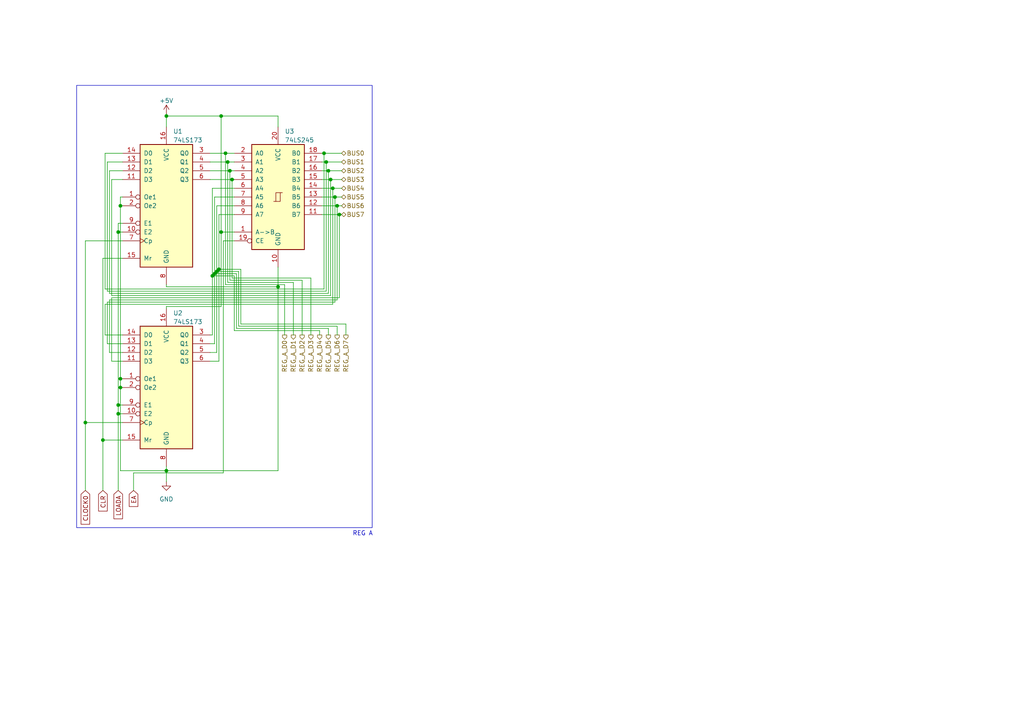
<source format=kicad_sch>
(kicad_sch (version 20230121) (generator eeschema)

  (uuid 031188d5-b58e-4a29-a173-cce6bf883b6b)

  (paper "A4")

  (title_block
    (title "Register A")
  )

  (lib_symbols
    (symbol "74xx:74LS173" (pin_names (offset 1.016)) (in_bom yes) (on_board yes)
      (property "Reference" "U" (at -7.62 19.05 0)
        (effects (font (size 1.27 1.27)))
      )
      (property "Value" "74LS173" (at -7.62 -19.05 0)
        (effects (font (size 1.27 1.27)))
      )
      (property "Footprint" "" (at 0 0 0)
        (effects (font (size 1.27 1.27)) hide)
      )
      (property "Datasheet" "http://www.ti.com/lit/gpn/sn74LS173" (at 0 0 0)
        (effects (font (size 1.27 1.27)) hide)
      )
      (property "ki_locked" "" (at 0 0 0)
        (effects (font (size 1.27 1.27)))
      )
      (property "ki_keywords" "TTL REG REG4 3State DFF" (at 0 0 0)
        (effects (font (size 1.27 1.27)) hide)
      )
      (property "ki_description" "4-bit D-type Register, 3 state out" (at 0 0 0)
        (effects (font (size 1.27 1.27)) hide)
      )
      (property "ki_fp_filters" "DIP?16*" (at 0 0 0)
        (effects (font (size 1.27 1.27)) hide)
      )
      (symbol "74LS173_1_0"
        (pin input inverted (at -12.7 2.54 0) (length 5.08)
          (name "Oe1" (effects (font (size 1.27 1.27))))
          (number "1" (effects (font (size 1.27 1.27))))
        )
        (pin input inverted (at -12.7 -7.62 0) (length 5.08)
          (name "E2" (effects (font (size 1.27 1.27))))
          (number "10" (effects (font (size 1.27 1.27))))
        )
        (pin input line (at -12.7 7.62 0) (length 5.08)
          (name "D3" (effects (font (size 1.27 1.27))))
          (number "11" (effects (font (size 1.27 1.27))))
        )
        (pin input line (at -12.7 10.16 0) (length 5.08)
          (name "D2" (effects (font (size 1.27 1.27))))
          (number "12" (effects (font (size 1.27 1.27))))
        )
        (pin input line (at -12.7 12.7 0) (length 5.08)
          (name "D1" (effects (font (size 1.27 1.27))))
          (number "13" (effects (font (size 1.27 1.27))))
        )
        (pin input line (at -12.7 15.24 0) (length 5.08)
          (name "D0" (effects (font (size 1.27 1.27))))
          (number "14" (effects (font (size 1.27 1.27))))
        )
        (pin input line (at -12.7 -15.24 0) (length 5.08)
          (name "Mr" (effects (font (size 1.27 1.27))))
          (number "15" (effects (font (size 1.27 1.27))))
        )
        (pin power_in line (at 0 22.86 270) (length 5.08)
          (name "VCC" (effects (font (size 1.27 1.27))))
          (number "16" (effects (font (size 1.27 1.27))))
        )
        (pin input inverted (at -12.7 0 0) (length 5.08)
          (name "Oe2" (effects (font (size 1.27 1.27))))
          (number "2" (effects (font (size 1.27 1.27))))
        )
        (pin tri_state line (at 12.7 15.24 180) (length 5.08)
          (name "Q0" (effects (font (size 1.27 1.27))))
          (number "3" (effects (font (size 1.27 1.27))))
        )
        (pin tri_state line (at 12.7 12.7 180) (length 5.08)
          (name "Q1" (effects (font (size 1.27 1.27))))
          (number "4" (effects (font (size 1.27 1.27))))
        )
        (pin tri_state line (at 12.7 10.16 180) (length 5.08)
          (name "Q2" (effects (font (size 1.27 1.27))))
          (number "5" (effects (font (size 1.27 1.27))))
        )
        (pin tri_state line (at 12.7 7.62 180) (length 5.08)
          (name "Q3" (effects (font (size 1.27 1.27))))
          (number "6" (effects (font (size 1.27 1.27))))
        )
        (pin input clock (at -12.7 -10.16 0) (length 5.08)
          (name "Cp" (effects (font (size 1.27 1.27))))
          (number "7" (effects (font (size 1.27 1.27))))
        )
        (pin power_in line (at 0 -22.86 90) (length 5.08)
          (name "GND" (effects (font (size 1.27 1.27))))
          (number "8" (effects (font (size 1.27 1.27))))
        )
        (pin input inverted (at -12.7 -5.08 0) (length 5.08)
          (name "E1" (effects (font (size 1.27 1.27))))
          (number "9" (effects (font (size 1.27 1.27))))
        )
      )
      (symbol "74LS173_1_1"
        (rectangle (start -7.62 17.78) (end 7.62 -17.78)
          (stroke (width 0.254) (type default))
          (fill (type background))
        )
      )
    )
    (symbol "74xx:74LS245" (pin_names (offset 1.016)) (in_bom yes) (on_board yes)
      (property "Reference" "U" (at -7.62 16.51 0)
        (effects (font (size 1.27 1.27)))
      )
      (property "Value" "74LS245" (at -7.62 -16.51 0)
        (effects (font (size 1.27 1.27)))
      )
      (property "Footprint" "" (at 0 0 0)
        (effects (font (size 1.27 1.27)) hide)
      )
      (property "Datasheet" "http://www.ti.com/lit/gpn/sn74LS245" (at 0 0 0)
        (effects (font (size 1.27 1.27)) hide)
      )
      (property "ki_locked" "" (at 0 0 0)
        (effects (font (size 1.27 1.27)))
      )
      (property "ki_keywords" "TTL BUS 3State" (at 0 0 0)
        (effects (font (size 1.27 1.27)) hide)
      )
      (property "ki_description" "Octal BUS Transceivers, 3-State outputs" (at 0 0 0)
        (effects (font (size 1.27 1.27)) hide)
      )
      (property "ki_fp_filters" "DIP?20*" (at 0 0 0)
        (effects (font (size 1.27 1.27)) hide)
      )
      (symbol "74LS245_1_0"
        (polyline
          (pts
            (xy -0.635 -1.27)
            (xy -0.635 1.27)
            (xy 0.635 1.27)
          )
          (stroke (width 0) (type default))
          (fill (type none))
        )
        (polyline
          (pts
            (xy -1.27 -1.27)
            (xy 0.635 -1.27)
            (xy 0.635 1.27)
            (xy 1.27 1.27)
          )
          (stroke (width 0) (type default))
          (fill (type none))
        )
        (pin input line (at -12.7 -10.16 0) (length 5.08)
          (name "A->B" (effects (font (size 1.27 1.27))))
          (number "1" (effects (font (size 1.27 1.27))))
        )
        (pin power_in line (at 0 -20.32 90) (length 5.08)
          (name "GND" (effects (font (size 1.27 1.27))))
          (number "10" (effects (font (size 1.27 1.27))))
        )
        (pin tri_state line (at 12.7 -5.08 180) (length 5.08)
          (name "B7" (effects (font (size 1.27 1.27))))
          (number "11" (effects (font (size 1.27 1.27))))
        )
        (pin tri_state line (at 12.7 -2.54 180) (length 5.08)
          (name "B6" (effects (font (size 1.27 1.27))))
          (number "12" (effects (font (size 1.27 1.27))))
        )
        (pin tri_state line (at 12.7 0 180) (length 5.08)
          (name "B5" (effects (font (size 1.27 1.27))))
          (number "13" (effects (font (size 1.27 1.27))))
        )
        (pin tri_state line (at 12.7 2.54 180) (length 5.08)
          (name "B4" (effects (font (size 1.27 1.27))))
          (number "14" (effects (font (size 1.27 1.27))))
        )
        (pin tri_state line (at 12.7 5.08 180) (length 5.08)
          (name "B3" (effects (font (size 1.27 1.27))))
          (number "15" (effects (font (size 1.27 1.27))))
        )
        (pin tri_state line (at 12.7 7.62 180) (length 5.08)
          (name "B2" (effects (font (size 1.27 1.27))))
          (number "16" (effects (font (size 1.27 1.27))))
        )
        (pin tri_state line (at 12.7 10.16 180) (length 5.08)
          (name "B1" (effects (font (size 1.27 1.27))))
          (number "17" (effects (font (size 1.27 1.27))))
        )
        (pin tri_state line (at 12.7 12.7 180) (length 5.08)
          (name "B0" (effects (font (size 1.27 1.27))))
          (number "18" (effects (font (size 1.27 1.27))))
        )
        (pin input inverted (at -12.7 -12.7 0) (length 5.08)
          (name "CE" (effects (font (size 1.27 1.27))))
          (number "19" (effects (font (size 1.27 1.27))))
        )
        (pin tri_state line (at -12.7 12.7 0) (length 5.08)
          (name "A0" (effects (font (size 1.27 1.27))))
          (number "2" (effects (font (size 1.27 1.27))))
        )
        (pin power_in line (at 0 20.32 270) (length 5.08)
          (name "VCC" (effects (font (size 1.27 1.27))))
          (number "20" (effects (font (size 1.27 1.27))))
        )
        (pin tri_state line (at -12.7 10.16 0) (length 5.08)
          (name "A1" (effects (font (size 1.27 1.27))))
          (number "3" (effects (font (size 1.27 1.27))))
        )
        (pin tri_state line (at -12.7 7.62 0) (length 5.08)
          (name "A2" (effects (font (size 1.27 1.27))))
          (number "4" (effects (font (size 1.27 1.27))))
        )
        (pin tri_state line (at -12.7 5.08 0) (length 5.08)
          (name "A3" (effects (font (size 1.27 1.27))))
          (number "5" (effects (font (size 1.27 1.27))))
        )
        (pin tri_state line (at -12.7 2.54 0) (length 5.08)
          (name "A4" (effects (font (size 1.27 1.27))))
          (number "6" (effects (font (size 1.27 1.27))))
        )
        (pin tri_state line (at -12.7 0 0) (length 5.08)
          (name "A5" (effects (font (size 1.27 1.27))))
          (number "7" (effects (font (size 1.27 1.27))))
        )
        (pin tri_state line (at -12.7 -2.54 0) (length 5.08)
          (name "A6" (effects (font (size 1.27 1.27))))
          (number "8" (effects (font (size 1.27 1.27))))
        )
        (pin tri_state line (at -12.7 -5.08 0) (length 5.08)
          (name "A7" (effects (font (size 1.27 1.27))))
          (number "9" (effects (font (size 1.27 1.27))))
        )
      )
      (symbol "74LS245_1_1"
        (rectangle (start -7.62 15.24) (end 7.62 -15.24)
          (stroke (width 0.254) (type default))
          (fill (type background))
        )
      )
    )
    (symbol "power:+5V" (power) (pin_names (offset 0)) (in_bom yes) (on_board yes)
      (property "Reference" "#PWR" (at 0 -3.81 0)
        (effects (font (size 1.27 1.27)) hide)
      )
      (property "Value" "+5V" (at 0 3.556 0)
        (effects (font (size 1.27 1.27)))
      )
      (property "Footprint" "" (at 0 0 0)
        (effects (font (size 1.27 1.27)) hide)
      )
      (property "Datasheet" "" (at 0 0 0)
        (effects (font (size 1.27 1.27)) hide)
      )
      (property "ki_keywords" "global power" (at 0 0 0)
        (effects (font (size 1.27 1.27)) hide)
      )
      (property "ki_description" "Power symbol creates a global label with name \"+5V\"" (at 0 0 0)
        (effects (font (size 1.27 1.27)) hide)
      )
      (symbol "+5V_0_1"
        (polyline
          (pts
            (xy -0.762 1.27)
            (xy 0 2.54)
          )
          (stroke (width 0) (type default))
          (fill (type none))
        )
        (polyline
          (pts
            (xy 0 0)
            (xy 0 2.54)
          )
          (stroke (width 0) (type default))
          (fill (type none))
        )
        (polyline
          (pts
            (xy 0 2.54)
            (xy 0.762 1.27)
          )
          (stroke (width 0) (type default))
          (fill (type none))
        )
      )
      (symbol "+5V_1_1"
        (pin power_in line (at 0 0 90) (length 0) hide
          (name "+5V" (effects (font (size 1.27 1.27))))
          (number "1" (effects (font (size 1.27 1.27))))
        )
      )
    )
    (symbol "power:GND" (power) (pin_names (offset 0)) (in_bom yes) (on_board yes)
      (property "Reference" "#PWR" (at 0 -6.35 0)
        (effects (font (size 1.27 1.27)) hide)
      )
      (property "Value" "GND" (at 0 -3.81 0)
        (effects (font (size 1.27 1.27)))
      )
      (property "Footprint" "" (at 0 0 0)
        (effects (font (size 1.27 1.27)) hide)
      )
      (property "Datasheet" "" (at 0 0 0)
        (effects (font (size 1.27 1.27)) hide)
      )
      (property "ki_keywords" "global power" (at 0 0 0)
        (effects (font (size 1.27 1.27)) hide)
      )
      (property "ki_description" "Power symbol creates a global label with name \"GND\" , ground" (at 0 0 0)
        (effects (font (size 1.27 1.27)) hide)
      )
      (symbol "GND_0_1"
        (polyline
          (pts
            (xy 0 0)
            (xy 0 -1.27)
            (xy 1.27 -1.27)
            (xy 0 -2.54)
            (xy -1.27 -1.27)
            (xy 0 -1.27)
          )
          (stroke (width 0) (type default))
          (fill (type none))
        )
      )
      (symbol "GND_1_1"
        (pin power_in line (at 0 0 270) (length 0) hide
          (name "GND" (effects (font (size 1.27 1.27))))
          (number "1" (effects (font (size 1.27 1.27))))
        )
      )
    )
  )

  (junction (at 66.04 46.99) (diameter 0) (color 0 0 0 0)
    (uuid 0742117b-9e07-4e52-8027-afa3b529d994)
  )
  (junction (at 65.405 44.45) (diameter 0) (color 0 0 0 0)
    (uuid 0c53f405-390d-47ed-8fc4-4b66243cd412)
  )
  (junction (at 61.595 80.01) (diameter 0) (color 0 0 0 0)
    (uuid 10b8ca94-272b-431a-af93-b9c893b3a942)
  )
  (junction (at 97.79 59.69) (diameter 0) (color 0 0 0 0)
    (uuid 18a3d0bf-45e6-453a-9dcb-c47869612c33)
  )
  (junction (at 34.925 112.395) (diameter 0) (color 0 0 0 0)
    (uuid 36b9fe1c-a2bc-43d6-9a51-917ed4ca26e7)
  )
  (junction (at 80.645 83.185) (diameter 0) (color 0 0 0 0)
    (uuid 57838647-7dbb-4ca0-bbba-b707606ed40e)
  )
  (junction (at 67.31 52.07) (diameter 0) (color 0 0 0 0)
    (uuid 6285f84d-2ed3-43e5-bc9f-d7dd1ab80b12)
  )
  (junction (at 24.765 122.555) (diameter 0) (color 0 0 0 0)
    (uuid 660b140f-e0c4-44f3-bff3-a669c4c7b41f)
  )
  (junction (at 97.155 57.15) (diameter 0) (color 0 0 0 0)
    (uuid 7bd258d7-6604-4585-b77b-745508ef9aa0)
  )
  (junction (at 95.25 49.53) (diameter 0) (color 0 0 0 0)
    (uuid 7c1235f6-327b-48eb-befa-4e7fde2e2467)
  )
  (junction (at 62.23 79.375) (diameter 0) (color 0 0 0 0)
    (uuid 91bb46dd-00a2-4035-944b-006d16bbd8ee)
  )
  (junction (at 48.26 136.525) (diameter 0) (color 0 0 0 0)
    (uuid 92917902-fe4e-44dc-900b-7ca9b857283d)
  )
  (junction (at 34.29 120.015) (diameter 0) (color 0 0 0 0)
    (uuid 935169c7-2298-46fb-bc2c-131d8c669f34)
  )
  (junction (at 34.29 67.31) (diameter 0) (color 0 0 0 0)
    (uuid 963db863-29a0-4011-b54b-e71b700e670c)
  )
  (junction (at 62.865 78.74) (diameter 0) (color 0 0 0 0)
    (uuid 9d1a7aa4-40af-41bb-b940-7f353d65220a)
  )
  (junction (at 63.5 78.105) (diameter 0) (color 0 0 0 0)
    (uuid a59577b4-7bbb-499e-b4cf-7f6f1ce6f1cc)
  )
  (junction (at 94.615 46.99) (diameter 0) (color 0 0 0 0)
    (uuid ab58f6cf-86ce-410d-ad7e-8b92db5a9f30)
  )
  (junction (at 34.925 109.855) (diameter 0) (color 0 0 0 0)
    (uuid b5f41422-467a-4d81-b5d9-ea5886d7bf5c)
  )
  (junction (at 66.675 49.53) (diameter 0) (color 0 0 0 0)
    (uuid d9425f26-f465-4a6c-b1b9-c5422c8baa1b)
  )
  (junction (at 98.425 62.23) (diameter 0) (color 0 0 0 0)
    (uuid e00879cc-c839-4eb2-99db-25b19c9bfe1e)
  )
  (junction (at 95.885 52.07) (diameter 0) (color 0 0 0 0)
    (uuid e3e6cc15-5b0e-490a-af36-8cf7a739b63f)
  )
  (junction (at 29.845 127.635) (diameter 0) (color 0 0 0 0)
    (uuid e5c423d4-d290-4660-95c9-9cf9c98381cc)
  )
  (junction (at 96.52 54.61) (diameter 0) (color 0 0 0 0)
    (uuid e766060e-52a7-4361-8f82-7ba5b6534592)
  )
  (junction (at 93.98 44.45) (diameter 0) (color 0 0 0 0)
    (uuid e84a68d9-11b4-491f-acb9-947ebf236037)
  )
  (junction (at 34.925 59.69) (diameter 0) (color 0 0 0 0)
    (uuid ea0abfa3-b080-48f6-a89f-8974089af66c)
  )
  (junction (at 34.29 117.475) (diameter 0) (color 0 0 0 0)
    (uuid f15c191f-2479-4d82-bb70-1d256b705cc2)
  )
  (junction (at 48.26 33.655) (diameter 0) (color 0 0 0 0)
    (uuid fb7c90c6-2777-434d-bed2-54d78e2406bc)
  )
  (junction (at 64.135 33.655) (diameter 0) (color 0 0 0 0)
    (uuid fc97fef0-b98d-427b-b412-461b720ce170)
  )
  (junction (at 64.135 67.31) (diameter 0) (color 0 0 0 0)
    (uuid fd7713ec-eb3c-4ccf-9501-60322e02e5a2)
  )

  (wire (pts (xy 95.25 97.155) (xy 95.25 95.25))
    (stroke (width 0) (type default))
    (uuid 0a55570e-64fc-4f46-8384-8c170498b446)
  )
  (wire (pts (xy 66.675 81.28) (xy 66.675 49.53))
    (stroke (width 0) (type default))
    (uuid 0e518eec-637f-4508-9110-49460cc6aea1)
  )
  (wire (pts (xy 35.56 99.695) (xy 31.115 99.695))
    (stroke (width 0) (type default))
    (uuid 0f2b60c0-e09d-4a95-80b7-a94f552c8a63)
  )
  (wire (pts (xy 67.945 80.01) (xy 61.595 80.01))
    (stroke (width 0) (type default))
    (uuid 130ab334-7c66-4115-b7a2-66dcbe68933e)
  )
  (wire (pts (xy 100.33 97.155) (xy 100.33 93.98))
    (stroke (width 0) (type default))
    (uuid 1397152b-0b5e-4608-a8e1-418f154fada1)
  )
  (wire (pts (xy 31.75 85.09) (xy 95.25 85.09))
    (stroke (width 0) (type default))
    (uuid 13b38438-97fe-4014-a6bc-0cce26e31204)
  )
  (wire (pts (xy 62.865 59.69) (xy 67.945 59.69))
    (stroke (width 0) (type default))
    (uuid 13e42699-c2df-49b8-b7be-7a4c950578d6)
  )
  (wire (pts (xy 60.96 104.775) (xy 63.5 104.775))
    (stroke (width 0) (type default))
    (uuid 1592b5a4-87e9-4508-bdd4-2fc6dc0155cc)
  )
  (wire (pts (xy 93.345 54.61) (xy 96.52 54.61))
    (stroke (width 0) (type default))
    (uuid 162299a0-b474-4e19-9f2e-d168c98a5be2)
  )
  (wire (pts (xy 93.98 83.82) (xy 93.98 44.45))
    (stroke (width 0) (type default))
    (uuid 1702f935-5e5c-4a7f-925d-30bced6fb93f)
  )
  (wire (pts (xy 69.85 78.105) (xy 63.5 78.105))
    (stroke (width 0) (type default))
    (uuid 178a53c1-3be3-4838-852d-c62de2eb3ade)
  )
  (wire (pts (xy 30.48 97.155) (xy 30.48 88.265))
    (stroke (width 0) (type default))
    (uuid 1878cdf4-6fd0-4a0a-a07c-4da9344b58f1)
  )
  (wire (pts (xy 31.115 87.63) (xy 97.155 87.63))
    (stroke (width 0) (type default))
    (uuid 1a84fad3-16ac-485d-bdfa-421925a712e5)
  )
  (wire (pts (xy 35.56 64.77) (xy 34.29 64.77))
    (stroke (width 0) (type default))
    (uuid 1bd415a1-630f-41ad-b2b6-aff391d77f7f)
  )
  (wire (pts (xy 30.48 44.45) (xy 30.48 83.82))
    (stroke (width 0) (type default))
    (uuid 1ccf4112-52a9-45b9-9261-409fea3b2a9b)
  )
  (wire (pts (xy 93.98 44.45) (xy 99.06 44.45))
    (stroke (width 0) (type default))
    (uuid 21ed9ef6-31bb-4a54-a48e-21fd2289f7af)
  )
  (wire (pts (xy 48.26 33.02) (xy 48.26 33.655))
    (stroke (width 0) (type default))
    (uuid 265acbbd-47bd-438d-834a-2994147be90e)
  )
  (wire (pts (xy 29.845 127.635) (xy 29.845 142.24))
    (stroke (width 0) (type default))
    (uuid 267342f2-518d-48bc-962c-09a83c9f3ead)
  )
  (wire (pts (xy 32.385 86.36) (xy 98.425 86.36))
    (stroke (width 0) (type default))
    (uuid 26ab3d3c-56ad-4000-8da9-ad8b90059729)
  )
  (wire (pts (xy 34.29 64.77) (xy 34.29 67.31))
    (stroke (width 0) (type default))
    (uuid 2a2d640d-ee91-4ffd-9e2b-b9c896412bd1)
  )
  (wire (pts (xy 80.645 83.185) (xy 48.26 83.185))
    (stroke (width 0) (type default))
    (uuid 2a6eebe2-71e8-41f4-b52d-99aadc63da12)
  )
  (wire (pts (xy 64.135 33.655) (xy 64.135 67.31))
    (stroke (width 0) (type default))
    (uuid 2b98f810-58b7-4eae-a08d-21855a9f3103)
  )
  (wire (pts (xy 62.23 79.375) (xy 62.23 57.15))
    (stroke (width 0) (type default))
    (uuid 2ff3cc75-1393-4560-bc51-146df78807f6)
  )
  (wire (pts (xy 92.71 97.155) (xy 92.71 95.885))
    (stroke (width 0) (type default))
    (uuid 343048cd-26f7-4f7d-bdbf-ea069c165ae0)
  )
  (wire (pts (xy 48.26 33.655) (xy 48.26 36.83))
    (stroke (width 0) (type default))
    (uuid 347768f5-96a9-4f69-a60e-4911b92b17eb)
  )
  (wire (pts (xy 93.345 49.53) (xy 95.25 49.53))
    (stroke (width 0) (type default))
    (uuid 34a323f1-27cf-4105-aa80-15a115e7eae8)
  )
  (wire (pts (xy 80.645 33.655) (xy 64.135 33.655))
    (stroke (width 0) (type default))
    (uuid 3b53f8c9-ff84-43b7-a0fb-48eaaa108303)
  )
  (wire (pts (xy 60.96 102.235) (xy 62.865 102.235))
    (stroke (width 0) (type default))
    (uuid 3bea7e73-96f5-49df-b039-2ad9fdf87ba5)
  )
  (wire (pts (xy 34.29 117.475) (xy 34.29 120.015))
    (stroke (width 0) (type default))
    (uuid 3d336502-09c1-421e-ba5f-ca0bc02ea950)
  )
  (wire (pts (xy 65.405 44.45) (xy 67.945 44.45))
    (stroke (width 0) (type default))
    (uuid 41abee2e-dfc5-4c32-b02c-b88bba2ab4fe)
  )
  (wire (pts (xy 93.345 59.69) (xy 97.79 59.69))
    (stroke (width 0) (type default))
    (uuid 433f89c9-f02d-4641-9517-a14f36b1fd77)
  )
  (wire (pts (xy 48.26 136.525) (xy 48.26 135.255))
    (stroke (width 0) (type default))
    (uuid 4374e442-e71e-4ac1-b8b0-b0cd4be35a11)
  )
  (wire (pts (xy 24.765 69.85) (xy 24.765 122.555))
    (stroke (width 0) (type default))
    (uuid 4459164a-ba43-4677-947e-eb42849af78e)
  )
  (wire (pts (xy 31.75 49.53) (xy 31.75 85.09))
    (stroke (width 0) (type default))
    (uuid 44cd7e68-5b91-4c6f-9374-066b226c0483)
  )
  (wire (pts (xy 62.23 99.695) (xy 62.23 79.375))
    (stroke (width 0) (type default))
    (uuid 44e491cc-f63a-410c-a40f-5ddac4f19dc8)
  )
  (wire (pts (xy 35.56 97.155) (xy 30.48 97.155))
    (stroke (width 0) (type default))
    (uuid 458952f9-1cfe-4514-b4ab-e67d6cd55e48)
  )
  (wire (pts (xy 29.845 127.635) (xy 35.56 127.635))
    (stroke (width 0) (type default))
    (uuid 46bcdcd2-8420-4ea5-bcb1-60856f503b5a)
  )
  (wire (pts (xy 34.29 142.24) (xy 34.29 120.015))
    (stroke (width 0) (type default))
    (uuid 46ca6ff2-01f6-4ba4-92b9-7d4bd639147b)
  )
  (wire (pts (xy 87.63 97.155) (xy 87.63 81.28))
    (stroke (width 0) (type default))
    (uuid 47636123-f0c2-4bf5-8543-7e05b702bb13)
  )
  (wire (pts (xy 31.115 84.455) (xy 94.615 84.455))
    (stroke (width 0) (type default))
    (uuid 482f37d4-7db5-45be-b8a5-07964c176039)
  )
  (wire (pts (xy 63.5 78.105) (xy 63.5 62.23))
    (stroke (width 0) (type default))
    (uuid 49a1dd4c-7cea-480e-87bc-5b3ce5edbc1b)
  )
  (wire (pts (xy 93.345 62.23) (xy 98.425 62.23))
    (stroke (width 0) (type default))
    (uuid 4a903b7b-b20d-48da-b599-8b5ec114ebb0)
  )
  (wire (pts (xy 90.17 97.155) (xy 90.17 80.645))
    (stroke (width 0) (type default))
    (uuid 4c9c443a-8018-4a38-b2d1-e6ab28fc49fb)
  )
  (wire (pts (xy 64.135 67.31) (xy 67.945 67.31))
    (stroke (width 0) (type default))
    (uuid 5289d48f-c2ea-469f-855c-0f25401a55d5)
  )
  (wire (pts (xy 82.55 97.155) (xy 82.55 82.55))
    (stroke (width 0) (type default))
    (uuid 5642f001-cd81-455d-813d-48342e6c044f)
  )
  (wire (pts (xy 32.385 52.07) (xy 32.385 85.725))
    (stroke (width 0) (type default))
    (uuid 582cb75f-54aa-4ea8-98ad-78a2121b2d9a)
  )
  (wire (pts (xy 95.885 85.725) (xy 95.885 52.07))
    (stroke (width 0) (type default))
    (uuid 5907d2f6-9e6f-4495-bbe8-575ca463a595)
  )
  (wire (pts (xy 80.645 36.83) (xy 80.645 33.655))
    (stroke (width 0) (type default))
    (uuid 5981b192-679d-4bfe-aa88-2b4786c7333c)
  )
  (wire (pts (xy 95.885 52.07) (xy 99.06 52.07))
    (stroke (width 0) (type default))
    (uuid 5b0c7aef-d460-4d13-9ea7-19ac9dafd54e)
  )
  (wire (pts (xy 69.215 94.615) (xy 69.215 78.74))
    (stroke (width 0) (type default))
    (uuid 5b155160-d036-4125-b686-63d8ab89ff81)
  )
  (wire (pts (xy 67.31 80.645) (xy 67.31 52.07))
    (stroke (width 0) (type default))
    (uuid 5bdb6770-7afd-4f09-9134-507584133329)
  )
  (wire (pts (xy 63.5 62.23) (xy 67.945 62.23))
    (stroke (width 0) (type default))
    (uuid 5e720ca9-4389-4327-8522-3475c981efb5)
  )
  (wire (pts (xy 93.345 46.99) (xy 94.615 46.99))
    (stroke (width 0) (type default))
    (uuid 5e785b92-5602-409b-892f-ca229ca94a0f)
  )
  (wire (pts (xy 29.845 74.93) (xy 29.845 127.635))
    (stroke (width 0) (type default))
    (uuid 628218a3-7e68-4ce3-bd4f-a0d0c9505454)
  )
  (wire (pts (xy 61.595 97.155) (xy 61.595 80.01))
    (stroke (width 0) (type default))
    (uuid 63b8844c-ebe9-46fd-be96-aa5d76daf041)
  )
  (wire (pts (xy 97.79 59.69) (xy 99.06 59.69))
    (stroke (width 0) (type default))
    (uuid 656bc461-bde9-4084-ba06-544821813165)
  )
  (wire (pts (xy 31.115 99.695) (xy 31.115 87.63))
    (stroke (width 0) (type default))
    (uuid 6672500d-40f3-4781-84cd-de490625e533)
  )
  (wire (pts (xy 67.31 52.07) (xy 67.945 52.07))
    (stroke (width 0) (type default))
    (uuid 6a485d17-4a3f-4602-88c4-3bd0d5068553)
  )
  (wire (pts (xy 34.925 59.69) (xy 35.56 59.69))
    (stroke (width 0) (type default))
    (uuid 6a726a8f-676c-4c55-a472-595a79ccc9aa)
  )
  (wire (pts (xy 34.925 59.69) (xy 34.925 57.15))
    (stroke (width 0) (type default))
    (uuid 6b3d0c30-f528-4233-826c-375f77ec5c6a)
  )
  (wire (pts (xy 80.645 77.47) (xy 80.645 83.185))
    (stroke (width 0) (type default))
    (uuid 6d19a5f6-5cd2-4ff4-8e36-699b7af273f3)
  )
  (wire (pts (xy 93.345 57.15) (xy 97.155 57.15))
    (stroke (width 0) (type default))
    (uuid 6e94fe12-6f5a-4e25-bcb5-89c298f30ff8)
  )
  (wire (pts (xy 35.56 52.07) (xy 32.385 52.07))
    (stroke (width 0) (type default))
    (uuid 718abaa4-1e9e-43b0-b651-b64822244a02)
  )
  (wire (pts (xy 67.945 95.885) (xy 67.945 80.01))
    (stroke (width 0) (type default))
    (uuid 73c54873-f200-4d1a-9a3d-cac86b95d76d)
  )
  (wire (pts (xy 100.33 93.98) (xy 69.85 93.98))
    (stroke (width 0) (type default))
    (uuid 7546b111-2cb1-423c-a2f9-da53dd7fca2b)
  )
  (wire (pts (xy 48.26 139.7) (xy 48.26 136.525))
    (stroke (width 0) (type default))
    (uuid 79f1e55d-957c-49e7-aec3-d4d9709eab27)
  )
  (wire (pts (xy 95.25 49.53) (xy 99.06 49.53))
    (stroke (width 0) (type default))
    (uuid 7aaacf79-eea3-4ed4-869d-9024cccf0d24)
  )
  (wire (pts (xy 34.29 120.015) (xy 35.56 120.015))
    (stroke (width 0) (type default))
    (uuid 7be7dd79-f3af-48f6-ab14-599288d37f4a)
  )
  (wire (pts (xy 98.425 62.23) (xy 99.06 62.23))
    (stroke (width 0) (type default))
    (uuid 7c33c7fa-7946-4a89-80a2-b065e999f2e8)
  )
  (wire (pts (xy 31.75 86.995) (xy 97.79 86.995))
    (stroke (width 0) (type default))
    (uuid 7ccc9a04-a272-4203-a28d-929c094fa0e1)
  )
  (wire (pts (xy 61.595 54.61) (xy 67.945 54.61))
    (stroke (width 0) (type default))
    (uuid 7cf0dc26-e912-4d96-8eac-2f1efcbe0aa7)
  )
  (wire (pts (xy 64.135 33.655) (xy 48.26 33.655))
    (stroke (width 0) (type default))
    (uuid 7e73ead1-e3b7-44c1-b22e-1c86ae90c11e)
  )
  (wire (pts (xy 34.925 57.15) (xy 35.56 57.15))
    (stroke (width 0) (type default))
    (uuid 7e744b07-0710-4736-8b5e-7e0bdb4a1e65)
  )
  (wire (pts (xy 85.09 81.915) (xy 66.04 81.915))
    (stroke (width 0) (type default))
    (uuid 7e99623e-d3c4-4dab-9de2-f392c8140d1a)
  )
  (wire (pts (xy 34.925 112.395) (xy 35.56 112.395))
    (stroke (width 0) (type default))
    (uuid 7f0deae4-a720-4977-a13f-a92cdaf78ff2)
  )
  (wire (pts (xy 94.615 46.99) (xy 99.06 46.99))
    (stroke (width 0) (type default))
    (uuid 8051f885-e5aa-410d-a9c6-13c656364995)
  )
  (wire (pts (xy 66.04 81.915) (xy 66.04 46.99))
    (stroke (width 0) (type default))
    (uuid 84eeec7e-47de-453c-b70b-9ec22f343e24)
  )
  (wire (pts (xy 60.96 44.45) (xy 65.405 44.45))
    (stroke (width 0) (type default))
    (uuid 85da8177-5ec9-491a-8fa8-3794f2a3c700)
  )
  (wire (pts (xy 35.56 74.93) (xy 29.845 74.93))
    (stroke (width 0) (type default))
    (uuid 866f69a2-c914-4669-8d32-71b03c5d1723)
  )
  (wire (pts (xy 64.77 69.85) (xy 64.77 137.16))
    (stroke (width 0) (type default))
    (uuid 87c7483f-26b0-468b-b5fb-bd0715db1e19)
  )
  (wire (pts (xy 96.52 54.61) (xy 99.06 54.61))
    (stroke (width 0) (type default))
    (uuid 886699a0-4e2a-49f6-958c-1af6b3754d1c)
  )
  (wire (pts (xy 34.925 109.855) (xy 34.925 59.69))
    (stroke (width 0) (type default))
    (uuid 88fe7acf-232e-4df4-9cec-122bfe7245ee)
  )
  (wire (pts (xy 61.595 80.01) (xy 61.595 54.61))
    (stroke (width 0) (type default))
    (uuid 89cac0db-742d-46e8-bfd6-51837d38697a)
  )
  (wire (pts (xy 92.71 95.885) (xy 67.945 95.885))
    (stroke (width 0) (type default))
    (uuid 8a1d0ab6-e34b-4d79-a168-475e90189918)
  )
  (wire (pts (xy 35.56 44.45) (xy 30.48 44.45))
    (stroke (width 0) (type default))
    (uuid 8c93d813-45b5-4ceb-8885-402804899279)
  )
  (wire (pts (xy 69.85 93.98) (xy 69.85 78.105))
    (stroke (width 0) (type default))
    (uuid 8d97c0b0-3835-4034-97a5-bb42b5d708cc)
  )
  (wire (pts (xy 34.925 109.855) (xy 34.925 112.395))
    (stroke (width 0) (type default))
    (uuid 92793c47-60ea-4a71-8866-c78205b9d77d)
  )
  (wire (pts (xy 95.25 85.09) (xy 95.25 49.53))
    (stroke (width 0) (type default))
    (uuid 93f21c9e-3723-44b9-9615-69c315803637)
  )
  (wire (pts (xy 69.215 78.74) (xy 62.865 78.74))
    (stroke (width 0) (type default))
    (uuid 95508735-97c5-4228-ba34-2e137f9707e4)
  )
  (wire (pts (xy 98.425 62.23) (xy 98.425 86.36))
    (stroke (width 0) (type default))
    (uuid 96718dc5-3081-4bbe-bd9d-68f07c7c362a)
  )
  (wire (pts (xy 90.17 80.645) (xy 67.31 80.645))
    (stroke (width 0) (type default))
    (uuid 971c9750-2031-4765-9634-38534ee3b215)
  )
  (wire (pts (xy 82.55 82.55) (xy 65.405 82.55))
    (stroke (width 0) (type default))
    (uuid 9763dd60-4905-45cd-a91b-67f7ed591d78)
  )
  (wire (pts (xy 34.925 112.395) (xy 34.925 136.525))
    (stroke (width 0) (type default))
    (uuid 97b18d6f-08e6-4eb7-a5f2-b5f6d4d1ce0a)
  )
  (wire (pts (xy 67.945 69.85) (xy 64.77 69.85))
    (stroke (width 0) (type default))
    (uuid 983fa43a-b2cb-49a3-aaee-cef65edb2105)
  )
  (wire (pts (xy 35.56 69.85) (xy 24.765 69.85))
    (stroke (width 0) (type default))
    (uuid a304a868-6ba6-4789-8182-2b7dc93ebadf)
  )
  (wire (pts (xy 60.96 49.53) (xy 66.675 49.53))
    (stroke (width 0) (type default))
    (uuid a5711b69-4eea-47bf-93b5-80d07225e22f)
  )
  (wire (pts (xy 87.63 81.28) (xy 66.675 81.28))
    (stroke (width 0) (type default))
    (uuid a6a8637c-1869-4bf7-afc1-69dd4a0027a6)
  )
  (wire (pts (xy 96.52 88.265) (xy 96.52 54.61))
    (stroke (width 0) (type default))
    (uuid a7d7e0b2-be7f-44ae-9ac1-ed0d330f4de6)
  )
  (wire (pts (xy 48.26 88.9) (xy 64.135 88.9))
    (stroke (width 0) (type default))
    (uuid a7f88ce2-98f9-47e8-95bb-c96418d9464f)
  )
  (wire (pts (xy 97.79 97.155) (xy 97.79 94.615))
    (stroke (width 0) (type default))
    (uuid a8ee0613-69fe-475d-8d53-2807c03e8281)
  )
  (wire (pts (xy 32.385 85.725) (xy 95.885 85.725))
    (stroke (width 0) (type default))
    (uuid ac1bda11-29c1-4f07-9b79-7b5739f011fa)
  )
  (wire (pts (xy 35.56 46.99) (xy 31.115 46.99))
    (stroke (width 0) (type default))
    (uuid ad96f6ed-fab2-4057-91b8-3593c268815a)
  )
  (wire (pts (xy 68.58 79.375) (xy 62.23 79.375))
    (stroke (width 0) (type default))
    (uuid b0099a1b-0788-43de-8b39-94e394da5473)
  )
  (wire (pts (xy 34.925 136.525) (xy 48.26 136.525))
    (stroke (width 0) (type default))
    (uuid b32d55a1-741b-4586-b1ec-9994266638e2)
  )
  (wire (pts (xy 62.23 57.15) (xy 67.945 57.15))
    (stroke (width 0) (type default))
    (uuid b4199295-9365-477e-85cd-dd550eaa0bd7)
  )
  (wire (pts (xy 97.79 94.615) (xy 69.215 94.615))
    (stroke (width 0) (type default))
    (uuid b499b3cf-1d1f-4490-895f-a815fc7292b1)
  )
  (wire (pts (xy 31.115 46.99) (xy 31.115 84.455))
    (stroke (width 0) (type default))
    (uuid b5fcfea9-2c14-4c7b-9e2f-2008c4580b3b)
  )
  (wire (pts (xy 48.26 136.525) (xy 80.645 136.525))
    (stroke (width 0) (type default))
    (uuid b6f2f276-fb22-4cd7-80b6-e98e8a08a6b9)
  )
  (wire (pts (xy 97.155 87.63) (xy 97.155 57.15))
    (stroke (width 0) (type default))
    (uuid b7e43f88-a46b-46a5-925a-ada26cb9d878)
  )
  (wire (pts (xy 60.96 97.155) (xy 61.595 97.155))
    (stroke (width 0) (type default))
    (uuid b81ba3ed-7fba-4c52-94ec-83ac5bb52e62)
  )
  (wire (pts (xy 80.645 83.185) (xy 80.645 136.525))
    (stroke (width 0) (type default))
    (uuid b8c1e0bb-3258-4309-a612-b671eb7ace9f)
  )
  (wire (pts (xy 60.96 99.695) (xy 62.23 99.695))
    (stroke (width 0) (type default))
    (uuid bed7ae4b-37b5-4277-af01-ef584dad4ddd)
  )
  (wire (pts (xy 34.29 67.31) (xy 34.29 117.475))
    (stroke (width 0) (type default))
    (uuid c2b37f97-3739-4e73-828c-1e62a021989d)
  )
  (wire (pts (xy 38.735 137.16) (xy 38.735 142.24))
    (stroke (width 0) (type default))
    (uuid c2ed2f4f-cd56-41e9-88a9-2f50840b3b54)
  )
  (wire (pts (xy 24.765 122.555) (xy 35.56 122.555))
    (stroke (width 0) (type default))
    (uuid c55cd867-4b5b-4764-996e-a78444b60745)
  )
  (wire (pts (xy 66.04 46.99) (xy 67.945 46.99))
    (stroke (width 0) (type default))
    (uuid c72f2bc8-9834-49ab-b213-5d5c7690fdff)
  )
  (wire (pts (xy 97.155 57.15) (xy 99.06 57.15))
    (stroke (width 0) (type default))
    (uuid c9926223-b198-4bac-acd6-cd62284e43a2)
  )
  (wire (pts (xy 48.26 83.185) (xy 48.26 82.55))
    (stroke (width 0) (type default))
    (uuid cd9cbe49-456c-4fcb-8ab3-85ad51c5bb7f)
  )
  (wire (pts (xy 94.615 84.455) (xy 94.615 46.99))
    (stroke (width 0) (type default))
    (uuid d05362a6-2de3-4bd8-aa39-77f4d7419f21)
  )
  (wire (pts (xy 85.09 97.155) (xy 85.09 81.915))
    (stroke (width 0) (type default))
    (uuid d0d59feb-1d72-413d-9fb6-cd56adaba743)
  )
  (wire (pts (xy 95.25 95.25) (xy 68.58 95.25))
    (stroke (width 0) (type default))
    (uuid d32b566b-1225-4ce0-b2c2-cc8e41fa92fa)
  )
  (wire (pts (xy 60.96 52.07) (xy 67.31 52.07))
    (stroke (width 0) (type default))
    (uuid d46df063-0de8-47c8-bed4-036ff55e4a7d)
  )
  (wire (pts (xy 35.56 117.475) (xy 34.29 117.475))
    (stroke (width 0) (type default))
    (uuid d5cb3e8e-50d5-466a-b2b6-937c94f9e284)
  )
  (wire (pts (xy 60.96 46.99) (xy 66.04 46.99))
    (stroke (width 0) (type default))
    (uuid d715ab7e-fdc6-44a1-9584-e289968f0544)
  )
  (wire (pts (xy 64.77 137.16) (xy 38.735 137.16))
    (stroke (width 0) (type default))
    (uuid d7832078-fb96-4a44-9341-5b2612c3dcaf)
  )
  (wire (pts (xy 66.675 49.53) (xy 67.945 49.53))
    (stroke (width 0) (type default))
    (uuid d7aab530-1652-4453-9061-3b17bc6aa202)
  )
  (wire (pts (xy 63.5 104.775) (xy 63.5 78.105))
    (stroke (width 0) (type default))
    (uuid dabe0654-fe17-4db4-aa70-78369c3a5238)
  )
  (wire (pts (xy 31.75 102.235) (xy 31.75 86.995))
    (stroke (width 0) (type default))
    (uuid dbc0bed5-8651-4735-b497-f0bc2c38e9fd)
  )
  (wire (pts (xy 24.765 142.24) (xy 24.765 122.555))
    (stroke (width 0) (type default))
    (uuid df3c7f6e-e266-4be6-84c1-0ae0dcc67e88)
  )
  (wire (pts (xy 30.48 88.265) (xy 96.52 88.265))
    (stroke (width 0) (type default))
    (uuid df5dcda1-5e44-4f5a-9098-e1486f7abd9e)
  )
  (wire (pts (xy 48.26 89.535) (xy 48.26 88.9))
    (stroke (width 0) (type default))
    (uuid df9838eb-391f-41b4-bfc5-45a7c3d0360a)
  )
  (wire (pts (xy 35.56 67.31) (xy 34.29 67.31))
    (stroke (width 0) (type default))
    (uuid e0e7a2a3-5f36-4e83-acac-72541bd157a2)
  )
  (wire (pts (xy 35.56 102.235) (xy 31.75 102.235))
    (stroke (width 0) (type default))
    (uuid e292f10f-43ce-42d3-90eb-15041d2ce384)
  )
  (wire (pts (xy 62.865 78.74) (xy 62.865 59.69))
    (stroke (width 0) (type default))
    (uuid e40ff7b6-3664-481a-bae8-0914acf4c6b6)
  )
  (wire (pts (xy 35.56 104.775) (xy 32.385 104.775))
    (stroke (width 0) (type default))
    (uuid e483103b-3820-4fe2-b665-a6dce2cfcd80)
  )
  (wire (pts (xy 35.56 49.53) (xy 31.75 49.53))
    (stroke (width 0) (type default))
    (uuid e98d6977-ea9e-45e1-a0e2-80c4b13816b5)
  )
  (wire (pts (xy 68.58 95.25) (xy 68.58 79.375))
    (stroke (width 0) (type default))
    (uuid e9a67aeb-a29b-4458-863e-a95c3b266c17)
  )
  (wire (pts (xy 65.405 82.55) (xy 65.405 44.45))
    (stroke (width 0) (type default))
    (uuid ea0425a0-d8b2-4848-83f6-2d64c682c5a9)
  )
  (wire (pts (xy 32.385 104.775) (xy 32.385 86.36))
    (stroke (width 0) (type default))
    (uuid eb0909b2-70f9-477d-8406-27e901f34355)
  )
  (wire (pts (xy 93.345 44.45) (xy 93.98 44.45))
    (stroke (width 0) (type default))
    (uuid f0feb782-e356-45d0-9b01-1f25d1d6215e)
  )
  (wire (pts (xy 35.56 109.855) (xy 34.925 109.855))
    (stroke (width 0) (type default))
    (uuid f609adf7-d9c2-478b-8a23-900d836dddd3)
  )
  (wire (pts (xy 97.79 86.995) (xy 97.79 59.69))
    (stroke (width 0) (type default))
    (uuid f63406c6-14d7-4040-8c00-10e2d6c404aa)
  )
  (wire (pts (xy 93.345 52.07) (xy 95.885 52.07))
    (stroke (width 0) (type default))
    (uuid f66ab099-2a01-410c-b3bb-021cfeaa3f68)
  )
  (wire (pts (xy 62.865 102.235) (xy 62.865 78.74))
    (stroke (width 0) (type default))
    (uuid fae522cd-4618-4a48-9648-70c84e86e5b0)
  )
  (wire (pts (xy 64.135 67.31) (xy 64.135 88.9))
    (stroke (width 0) (type default))
    (uuid fb8509e2-5e19-440b-a64e-984ddc78d53c)
  )
  (wire (pts (xy 30.48 83.82) (xy 93.98 83.82))
    (stroke (width 0) (type default))
    (uuid ff69f0fd-8a0e-46cd-9c38-04c167f760d1)
  )

  (rectangle (start 22.225 24.765) (end 107.95 153.035)
    (stroke (width 0) (type default))
    (fill (type none))
    (uuid d7e626a0-a0f7-4251-82aa-480ae8d52fef)
  )

  (text "REG A\n" (at 102.235 155.575 0)
    (effects (font (size 1.27 1.27)) (justify left bottom))
    (uuid 6c0af65f-72e9-4433-bd93-5f176301fbe8)
  )

  (global_label "CLR" (shape input) (at 29.845 142.24 270) (fields_autoplaced)
    (effects (font (size 1.27 1.27)) (justify right))
    (uuid 0210bcd5-faf0-4675-affc-28de29644057)
    (property "Intersheetrefs" "${INTERSHEET_REFS}" (at 29.845 148.7139 90)
      (effects (font (size 1.27 1.27)) (justify right) hide)
    )
  )
  (global_label "EA" (shape input) (at 38.735 142.24 270) (fields_autoplaced)
    (effects (font (size 1.27 1.27)) (justify right))
    (uuid 3b32efe2-6996-4254-9c16-77458dfc0519)
    (property "Intersheetrefs" "${INTERSHEET_REFS}" (at 38.735 147.3834 90)
      (effects (font (size 1.27 1.27)) (justify right) hide)
    )
  )
  (global_label "LOADA" (shape input) (at 34.29 142.24 270) (fields_autoplaced)
    (effects (font (size 1.27 1.27)) (justify right))
    (uuid a9890e34-25de-41f6-a925-2c9a0a752025)
    (property "Intersheetrefs" "${INTERSHEET_REFS}" (at 34.29 150.9516 90)
      (effects (font (size 1.27 1.27)) (justify right) hide)
    )
  )
  (global_label "CLOCK0" (shape input) (at 24.765 142.24 270) (fields_autoplaced)
    (effects (font (size 1.27 1.27)) (justify right))
    (uuid e34d901f-92a5-421c-af28-f33709dca978)
    (property "Intersheetrefs" "${INTERSHEET_REFS}" (at 24.765 152.5239 90)
      (effects (font (size 1.27 1.27)) (justify right) hide)
    )
  )

  (hierarchical_label "REG_A_D3" (shape output) (at 90.17 97.155 270) (fields_autoplaced)
    (effects (font (size 1.27 1.27)) (justify right))
    (uuid 08a057ff-2105-4b3d-a838-c7e9e54b4762)
  )
  (hierarchical_label "REG_A_D0" (shape output) (at 82.55 97.155 270) (fields_autoplaced)
    (effects (font (size 1.27 1.27)) (justify right))
    (uuid 272202de-7fc9-4303-809e-7293f6892844)
  )
  (hierarchical_label "BUS1" (shape tri_state) (at 99.06 46.99 0) (fields_autoplaced)
    (effects (font (size 1.27 1.27)) (justify left))
    (uuid 30dd7cca-e395-4f24-bcbf-97051ddb48b1)
  )
  (hierarchical_label "BUS0" (shape tri_state) (at 99.06 44.45 0) (fields_autoplaced)
    (effects (font (size 1.27 1.27)) (justify left))
    (uuid 35c5fabe-6f27-488c-bc83-426afae2b589)
  )
  (hierarchical_label "BUS2" (shape tri_state) (at 99.06 49.53 0) (fields_autoplaced)
    (effects (font (size 1.27 1.27)) (justify left))
    (uuid 36adf5d5-c2de-411d-bb56-c80d61a8559a)
  )
  (hierarchical_label "REG_A_D7" (shape output) (at 100.33 97.155 270) (fields_autoplaced)
    (effects (font (size 1.27 1.27)) (justify right))
    (uuid 4b0281e2-31f4-4d5a-b209-b4fa66adade7)
  )
  (hierarchical_label "BUS3" (shape tri_state) (at 99.06 52.07 0) (fields_autoplaced)
    (effects (font (size 1.27 1.27)) (justify left))
    (uuid 7b8e1144-85e4-4120-a0f7-d10361152eaf)
  )
  (hierarchical_label "BUS7" (shape tri_state) (at 99.06 62.23 0) (fields_autoplaced)
    (effects (font (size 1.27 1.27)) (justify left))
    (uuid ac8b8048-6577-4298-b310-c5a769a68bbb)
  )
  (hierarchical_label "BUS5" (shape tri_state) (at 99.06 57.15 0) (fields_autoplaced)
    (effects (font (size 1.27 1.27)) (justify left))
    (uuid adeff133-bfbd-4a4a-81d2-45ba2acccd07)
  )
  (hierarchical_label "BUS4" (shape tri_state) (at 99.06 54.61 0) (fields_autoplaced)
    (effects (font (size 1.27 1.27)) (justify left))
    (uuid b258d99d-ee63-48df-b26a-7635578ed7c0)
  )
  (hierarchical_label "REG_A_D5" (shape output) (at 95.25 97.155 270) (fields_autoplaced)
    (effects (font (size 1.27 1.27)) (justify right))
    (uuid b823c98e-f04a-4e64-9313-5e9d15615ba1)
  )
  (hierarchical_label "REG_A_D1" (shape output) (at 85.09 97.155 270) (fields_autoplaced)
    (effects (font (size 1.27 1.27)) (justify right))
    (uuid e4e25622-7cd2-41d3-aac6-01c850fa8581)
  )
  (hierarchical_label "REG_A_D4" (shape output) (at 92.71 97.155 270) (fields_autoplaced)
    (effects (font (size 1.27 1.27)) (justify right))
    (uuid e56949d2-a6fb-4b48-a70c-f26e2de17f04)
  )
  (hierarchical_label "REG_A_D6" (shape output) (at 97.79 97.155 270) (fields_autoplaced)
    (effects (font (size 1.27 1.27)) (justify right))
    (uuid e71aa380-135d-466d-ba1a-961b124e37f2)
  )
  (hierarchical_label "REG_A_D2" (shape output) (at 87.63 97.155 270) (fields_autoplaced)
    (effects (font (size 1.27 1.27)) (justify right))
    (uuid eb745177-87e1-460c-b243-20ecc06989ed)
  )
  (hierarchical_label "BUS6" (shape tri_state) (at 99.06 59.69 0) (fields_autoplaced)
    (effects (font (size 1.27 1.27)) (justify left))
    (uuid edc90246-7556-438e-97b7-d0f2e82d5348)
  )

  (symbol (lib_id "power:+5V") (at 48.26 33.02 0) (unit 1)
    (in_bom yes) (on_board yes) (dnp no) (fields_autoplaced)
    (uuid 0e5181e1-f364-4275-b1c0-27f5abba5131)
    (property "Reference" "#PWR01" (at 48.26 36.83 0)
      (effects (font (size 1.27 1.27)) hide)
    )
    (property "Value" "+5V" (at 48.26 29.21 0)
      (effects (font (size 1.27 1.27)))
    )
    (property "Footprint" "" (at 48.26 33.02 0)
      (effects (font (size 1.27 1.27)) hide)
    )
    (property "Datasheet" "" (at 48.26 33.02 0)
      (effects (font (size 1.27 1.27)) hide)
    )
    (pin "1" (uuid 8a72f81e-f828-405b-b0ac-609d59033617))
    (instances
      (project "GODRICK-8"
        (path "/f9ac55ac-39bf-441d-9a51-be66ae5068af"
          (reference "#PWR01") (unit 1)
        )
        (path "/f9ac55ac-39bf-441d-9a51-be66ae5068af/2546605b-22b3-432c-8c9a-88fcdc9c8791"
          (reference "#PWR01") (unit 1)
        )
        (path "/f9ac55ac-39bf-441d-9a51-be66ae5068af/f31a65f4-4cd5-4e61-907b-ca0db17abe3c"
          (reference "#PWR011") (unit 1)
        )
      )
    )
  )

  (symbol (lib_id "power:GND") (at 48.26 139.7 0) (unit 1)
    (in_bom yes) (on_board yes) (dnp no) (fields_autoplaced)
    (uuid 18b35825-04bf-42a1-88b4-7cb7b6a51b38)
    (property "Reference" "#PWR03" (at 48.26 146.05 0)
      (effects (font (size 1.27 1.27)) hide)
    )
    (property "Value" "GND" (at 48.26 144.78 0)
      (effects (font (size 1.27 1.27)))
    )
    (property "Footprint" "" (at 48.26 139.7 0)
      (effects (font (size 1.27 1.27)) hide)
    )
    (property "Datasheet" "" (at 48.26 139.7 0)
      (effects (font (size 1.27 1.27)) hide)
    )
    (pin "1" (uuid e12ee919-1f47-49ef-b792-15a1fccbeddd))
    (instances
      (project "GODRICK-8"
        (path "/f9ac55ac-39bf-441d-9a51-be66ae5068af"
          (reference "#PWR03") (unit 1)
        )
        (path "/f9ac55ac-39bf-441d-9a51-be66ae5068af/2546605b-22b3-432c-8c9a-88fcdc9c8791"
          (reference "#PWR03") (unit 1)
        )
        (path "/f9ac55ac-39bf-441d-9a51-be66ae5068af/f31a65f4-4cd5-4e61-907b-ca0db17abe3c"
          (reference "#PWR012") (unit 1)
        )
      )
    )
  )

  (symbol (lib_id "74xx:74LS173") (at 48.26 59.69 0) (unit 1)
    (in_bom yes) (on_board yes) (dnp no) (fields_autoplaced)
    (uuid 6bef772a-72b7-4b1e-b0e3-e3feb4f5cbb1)
    (property "Reference" "U1" (at 50.2159 38.1 0)
      (effects (font (size 1.27 1.27)) (justify left))
    )
    (property "Value" "74LS173" (at 50.2159 40.64 0)
      (effects (font (size 1.27 1.27)) (justify left))
    )
    (property "Footprint" "" (at 48.26 59.69 0)
      (effects (font (size 1.27 1.27)) hide)
    )
    (property "Datasheet" "http://www.ti.com/lit/gpn/sn74LS173" (at 48.26 59.69 0)
      (effects (font (size 1.27 1.27)) hide)
    )
    (pin "1" (uuid 19d3386d-bb9b-4fb8-a8a1-be58a1138bca))
    (pin "10" (uuid 519d0b80-c781-46cf-8495-06d70859c450))
    (pin "11" (uuid 59e42774-856f-4f16-a628-1b9c8b0fa6d0))
    (pin "12" (uuid 3f2b4630-526b-4562-8f39-f30f25c958e8))
    (pin "13" (uuid 8228ab4f-9f33-43e9-8c7f-5f3ecd7b33e5))
    (pin "14" (uuid 63eedce8-5b1a-4ae1-b8c6-75d350f1110a))
    (pin "15" (uuid 4b66f631-6fd1-4cb0-8c9e-c05f401e4f49))
    (pin "16" (uuid f6ee1a3a-299c-41fb-9fa0-6cbfe7aa0051))
    (pin "2" (uuid 0c2ef26a-2a74-4c13-9717-8d6b01865375))
    (pin "3" (uuid 18f9c4c8-ea16-4850-bd0e-372953b009d2))
    (pin "4" (uuid b8daaa13-02a6-47ad-a0a1-6b54aa652411))
    (pin "5" (uuid e53c5b5f-dded-4668-839f-9252c1041c1a))
    (pin "6" (uuid 2efa02af-ae7d-4387-8bc4-eb41c520d917))
    (pin "7" (uuid cad9a6b6-028a-4ede-8aff-7f33e93500dc))
    (pin "8" (uuid fbf2c203-e902-4ece-bf75-19bfa258ee93))
    (pin "9" (uuid c8f8c576-36fc-48de-8f6d-062e457b748d))
    (instances
      (project "GODRICK-8"
        (path "/f9ac55ac-39bf-441d-9a51-be66ae5068af"
          (reference "U1") (unit 1)
        )
        (path "/f9ac55ac-39bf-441d-9a51-be66ae5068af/2546605b-22b3-432c-8c9a-88fcdc9c8791"
          (reference "U1") (unit 1)
        )
        (path "/f9ac55ac-39bf-441d-9a51-be66ae5068af/f31a65f4-4cd5-4e61-907b-ca0db17abe3c"
          (reference "U12") (unit 1)
        )
      )
    )
  )

  (symbol (lib_id "74xx:74LS173") (at 48.26 112.395 0) (unit 1)
    (in_bom yes) (on_board yes) (dnp no) (fields_autoplaced)
    (uuid 753715ca-8f77-4fd6-9056-adce7b4d2c2b)
    (property "Reference" "U2" (at 50.2159 90.805 0)
      (effects (font (size 1.27 1.27)) (justify left))
    )
    (property "Value" "74LS173" (at 50.2159 93.345 0)
      (effects (font (size 1.27 1.27)) (justify left))
    )
    (property "Footprint" "" (at 48.26 112.395 0)
      (effects (font (size 1.27 1.27)) hide)
    )
    (property "Datasheet" "http://www.ti.com/lit/gpn/sn74LS173" (at 48.26 112.395 0)
      (effects (font (size 1.27 1.27)) hide)
    )
    (pin "1" (uuid 4d04ffd3-8a99-469c-92a8-d85551a16e7f))
    (pin "10" (uuid 0e4d6932-85f0-4f55-95f7-ebd827f50dba))
    (pin "11" (uuid e4de5ebb-f8c3-4ea9-990f-15f9771f517f))
    (pin "12" (uuid 8f20bac7-dd8c-42e2-bfc8-9e914890dffc))
    (pin "13" (uuid 0ac123cd-05f8-4bb8-b632-9c2078b52dca))
    (pin "14" (uuid 1110c531-dcae-4711-8411-4f27ff8ac1ce))
    (pin "15" (uuid 15016e8c-583b-490f-a460-66b7d447d089))
    (pin "16" (uuid dbb7acb2-7bf4-4324-9628-52e51f9dabde))
    (pin "2" (uuid 9c21a878-2b6c-45d2-a63c-ab07abda8786))
    (pin "3" (uuid 6dabd1b7-6b37-4cdb-a818-e9edbaa4c04f))
    (pin "4" (uuid 1c355e31-a8af-4005-95e4-1161fcd9a1db))
    (pin "5" (uuid 8d1a1b14-0c6e-46ad-9a08-a484256e1e15))
    (pin "6" (uuid 2140c934-b152-435c-bb79-5e584ec7df33))
    (pin "7" (uuid a0bd6634-2568-4df9-9a3a-bf69d29bd61e))
    (pin "8" (uuid d999d114-d0a6-4726-bd60-9c229f4ef031))
    (pin "9" (uuid 954dba2f-5f91-41b6-bb51-256727d8763c))
    (instances
      (project "GODRICK-8"
        (path "/f9ac55ac-39bf-441d-9a51-be66ae5068af"
          (reference "U2") (unit 1)
        )
        (path "/f9ac55ac-39bf-441d-9a51-be66ae5068af/2546605b-22b3-432c-8c9a-88fcdc9c8791"
          (reference "U2") (unit 1)
        )
        (path "/f9ac55ac-39bf-441d-9a51-be66ae5068af/f31a65f4-4cd5-4e61-907b-ca0db17abe3c"
          (reference "U13") (unit 1)
        )
      )
    )
  )

  (symbol (lib_id "74xx:74LS245") (at 80.645 57.15 0) (unit 1)
    (in_bom yes) (on_board yes) (dnp no) (fields_autoplaced)
    (uuid a838b66c-ff45-482f-8ee8-963f182ea953)
    (property "Reference" "U3" (at 82.6009 38.1 0)
      (effects (font (size 1.27 1.27)) (justify left))
    )
    (property "Value" "74LS245" (at 82.6009 40.64 0)
      (effects (font (size 1.27 1.27)) (justify left))
    )
    (property "Footprint" "" (at 80.645 57.15 0)
      (effects (font (size 1.27 1.27)) hide)
    )
    (property "Datasheet" "http://www.ti.com/lit/gpn/sn74LS245" (at 80.645 57.15 0)
      (effects (font (size 1.27 1.27)) hide)
    )
    (pin "1" (uuid 338424ce-7525-4a43-a4d0-e87f29e66545))
    (pin "10" (uuid 563dd7a0-f624-48e1-a1b7-27ec1d6aaa4a))
    (pin "11" (uuid ba716531-d574-4443-b100-be5f4f99fa4c))
    (pin "12" (uuid d32e0a6a-4192-4485-a519-1cba82516344))
    (pin "13" (uuid fd8142ee-3d10-44a1-b880-585e66a8e87d))
    (pin "14" (uuid 65d692be-ec16-4b56-8b2c-a3a89ee11060))
    (pin "15" (uuid dde35f98-ac05-467c-ab6f-ae033ec691cf))
    (pin "16" (uuid dc5cb3c4-587d-44ef-8ae7-7e3bb9cbf2bc))
    (pin "17" (uuid 2a9bb1dc-6b30-4a47-b843-6c980cec7c62))
    (pin "18" (uuid ff2ecbb6-4554-4ace-bc14-27facc1190a2))
    (pin "19" (uuid c73b496e-112a-4f1c-a679-fdef16a3ddcb))
    (pin "2" (uuid 713975f4-3936-410e-959f-e580a322e209))
    (pin "20" (uuid abea23de-133c-4af8-a694-882c3e1e5caf))
    (pin "3" (uuid 1341b45e-368b-4e99-b06f-296f9a61de47))
    (pin "4" (uuid 5912e15c-b87e-47fa-9067-1c984529951e))
    (pin "5" (uuid b6353964-a174-4bfc-af93-2e6cb26df7c4))
    (pin "6" (uuid 6567129b-d81f-4098-9ffe-86de85dd4197))
    (pin "7" (uuid b39e2f31-203f-4baf-8718-89f79751a7a4))
    (pin "8" (uuid 61543c88-c9da-4391-9e8b-64184b7fbd16))
    (pin "9" (uuid ef19bc06-af7c-4c0e-883b-6065ef1d0909))
    (instances
      (project "GODRICK-8"
        (path "/f9ac55ac-39bf-441d-9a51-be66ae5068af"
          (reference "U3") (unit 1)
        )
        (path "/f9ac55ac-39bf-441d-9a51-be66ae5068af/2546605b-22b3-432c-8c9a-88fcdc9c8791"
          (reference "U3") (unit 1)
        )
        (path "/f9ac55ac-39bf-441d-9a51-be66ae5068af/f31a65f4-4cd5-4e61-907b-ca0db17abe3c"
          (reference "U14") (unit 1)
        )
      )
    )
  )
)

</source>
